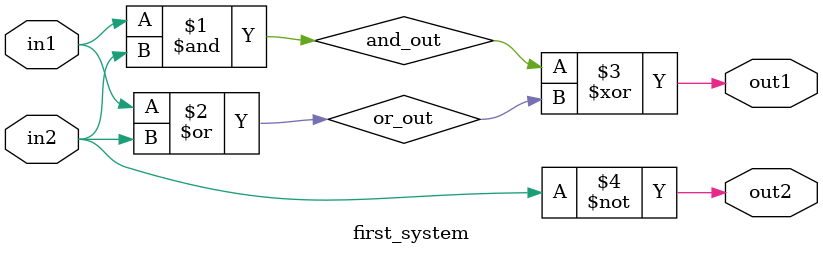
<source format=v>
`timescale 1ns / 1ps

module first_system(out1, out2, in1, in2);

input in1, in2;
output out1, out2;

wire and_out, or_out;

assign and_out = in1 & in2;
assign or_out = in1 | in2;
assign out1 = and_out ^ or_out;
assign out2 = ~in2;

endmodule

</source>
